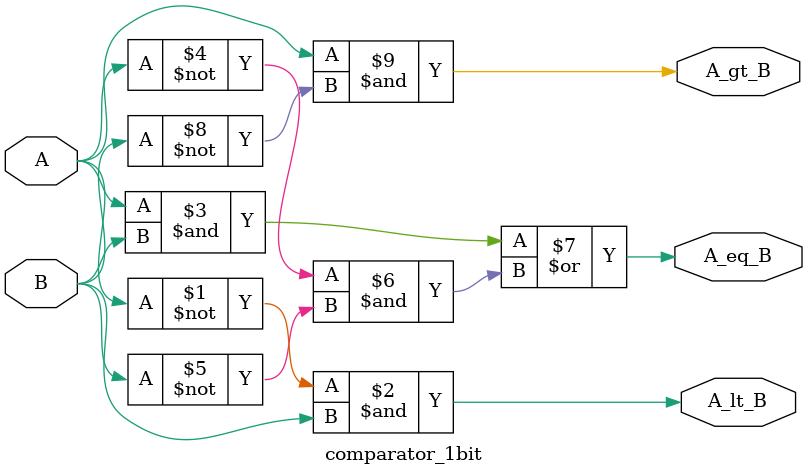
<source format=v>
module comparator_1bit(
    input wire A,      
    input wire B,      
    output wire A_lt_B, 
    output wire A_eq_B, 
    output wire A_gt_B  
);

    assign A_lt_B = (~A) & B;       
    assign A_eq_B = (A & B) | (~A & ~B); 
    assign A_gt_B = A & (~B);       
endmodule

</source>
